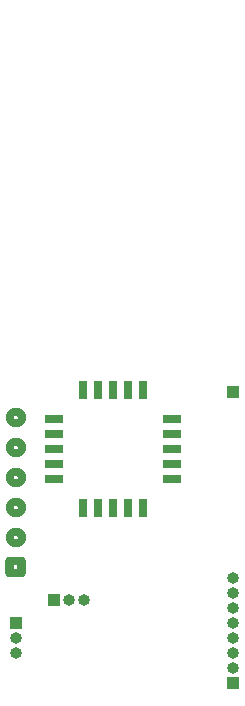
<source format=gbr>
%TF.GenerationSoftware,KiCad,Pcbnew,8.0.9-8.0.9-0~ubuntu22.04.1*%
%TF.CreationDate,2025-02-27T10:43:36+01:00*%
%TF.ProjectId,HB_Stamp_IO_ATMega1284P_FUEL4EP,48425f53-7461-46d7-905f-494f5f41544d,1.5*%
%TF.SameCoordinates,Original*%
%TF.FileFunction,Soldermask,Bot*%
%TF.FilePolarity,Negative*%
%FSLAX46Y46*%
G04 Gerber Fmt 4.6, Leading zero omitted, Abs format (unit mm)*
G04 Created by KiCad (PCBNEW 8.0.9-8.0.9-0~ubuntu22.04.1) date 2025-02-27 10:43:36*
%MOMM*%
%LPD*%
G01*
G04 APERTURE LIST*
G04 Aperture macros list*
%AMFreePoly0*
4,1,48,0.039158,0.847433,0.114805,0.827164,0.182628,0.788006,0.238006,0.732628,0.277164,0.664805,0.297433,0.589158,0.300000,0.550000,0.300000,-0.550000,0.297433,-0.589158,0.277164,-0.664805,0.238006,-0.732628,0.182628,-0.788006,0.114805,-0.827164,0.039158,-0.847433,0.000000,-0.850000,-1.100000,-0.850000,-1.139158,-0.847433,-1.214805,-0.827164,-1.282628,-0.788006,-1.338006,-0.732628,
-1.377164,-0.664805,-1.397433,-0.589158,-1.400000,-0.550000,-1.400000,0.000000,-0.705291,0.000000,-0.684486,-0.077646,-0.627646,-0.134486,-0.550000,-0.155291,-0.472354,-0.134486,-0.415514,-0.077646,-0.394709,0.000000,-0.415514,0.077645,-0.472354,0.134486,-0.550000,0.155291,-0.627645,0.134486,-0.684486,0.077645,-0.705291,0.000000,-1.400000,0.000000,-1.400000,0.550000,-1.397433,0.589158,
-1.377164,0.664805,-1.338006,0.732628,-1.282628,0.788006,-1.214805,0.827164,-1.139158,0.847433,-1.100000,0.850000,0.000000,0.850000,0.039158,0.847433,0.039158,0.847433,$1*%
%AMFreePoly1*
4,1,49,0.262664,1.358398,0.425000,1.286122,0.568761,1.181673,0.687664,1.049617,0.776514,0.895726,0.831425,0.726725,0.850000,0.550000,0.831425,0.373275,0.776514,0.204274,0.687664,0.050383,0.568761,-0.081673,0.425000,-0.186122,0.262664,-0.258398,0.088849,-0.295344,0.052363,-0.295344,0.052094,-0.295442,-0.052094,-0.295442,-0.052363,-0.295344,-0.088849,-0.295344,-0.262664,-0.258398,
-0.425000,-0.186122,-0.568761,-0.081673,-0.687664,0.050383,-0.776514,0.204274,-0.831425,0.373275,-0.850000,0.550000,-0.155291,0.550000,-0.134486,0.472354,-0.077646,0.415514,0.000000,0.394709,0.077646,0.415514,0.134486,0.472354,0.155291,0.550000,0.134486,0.627645,0.077646,0.684486,0.000000,0.705291,-0.077645,0.684486,-0.134486,0.627645,-0.155291,0.550000,-0.850000,0.550000,
-0.831425,0.726725,-0.776514,0.895726,-0.687664,1.049617,-0.568761,1.181673,-0.425000,1.286122,-0.262664,1.358398,-0.088849,1.395344,0.088849,1.395344,0.262664,1.358398,0.262664,1.358398,$1*%
G04 Aperture macros list end*
%ADD10R,1.000000X1.000000*%
%ADD11O,1.000000X1.000000*%
%ADD12R,1.500000X0.800000*%
%ADD13R,0.800000X1.500000*%
%ADD14C,0.600000*%
%ADD15FreePoly0,0.000000*%
%ADD16FreePoly1,0.000000*%
G04 APERTURE END LIST*
D10*
%TO.C,J1*%
X1828800Y6451600D03*
D11*
X1828800Y5181600D03*
X1828800Y3911600D03*
%TD*%
D10*
%TO.C,J5*%
X4978400Y8382000D03*
D11*
X6248400Y8382000D03*
X7518400Y8382000D03*
%TD*%
D10*
%TO.C,J6*%
X20167600Y26009600D03*
%TD*%
%TO.C,J4*%
X20167600Y1371600D03*
D11*
X20167600Y2641600D03*
X20167600Y3911600D03*
X20167600Y5181600D03*
X20167600Y6451600D03*
X20167600Y7721600D03*
X20167600Y8991600D03*
X20167600Y10261600D03*
%TD*%
D12*
%TO.C,Module1*%
X15033000Y18669000D03*
D13*
X7493000Y26209000D03*
D12*
X5033000Y18669000D03*
D13*
X7493000Y16209000D03*
D12*
X15033000Y19939000D03*
D13*
X8763000Y26209000D03*
D12*
X5033000Y19939000D03*
D13*
X8763000Y16209000D03*
D12*
X15033000Y21209000D03*
D13*
X10033000Y26209000D03*
D12*
X5033000Y21209000D03*
D13*
X10033000Y16209000D03*
D12*
X15033000Y22479000D03*
D13*
X11303000Y26209000D03*
D12*
X5033000Y22479000D03*
D13*
X11303000Y16209000D03*
D12*
X15033000Y23749000D03*
D13*
X12573000Y26209000D03*
D12*
X5033000Y23749000D03*
D13*
X12573000Y16209000D03*
%TD*%
D14*
%TO.C,J3*%
X1228000Y11176000D03*
X1778000Y11726000D03*
X1778000Y10626000D03*
D15*
X2328000Y11176000D03*
D14*
X1228000Y13716000D03*
X1778000Y14266000D03*
D16*
X1778000Y13166000D03*
D14*
X2328000Y13716000D03*
X1228000Y16256000D03*
X1778000Y16806000D03*
D16*
X1778000Y15706000D03*
D14*
X2328000Y16256000D03*
X1228000Y18796000D03*
X1778000Y19346000D03*
D16*
X1778000Y18246000D03*
D14*
X2328000Y18796000D03*
X1228000Y21336000D03*
X1778000Y21886000D03*
D16*
X1778000Y20786000D03*
D14*
X2328000Y21336000D03*
X1228000Y23876000D03*
X1778000Y24426000D03*
D16*
X1778000Y23326000D03*
D14*
X2328000Y23876000D03*
%TD*%
M02*

</source>
